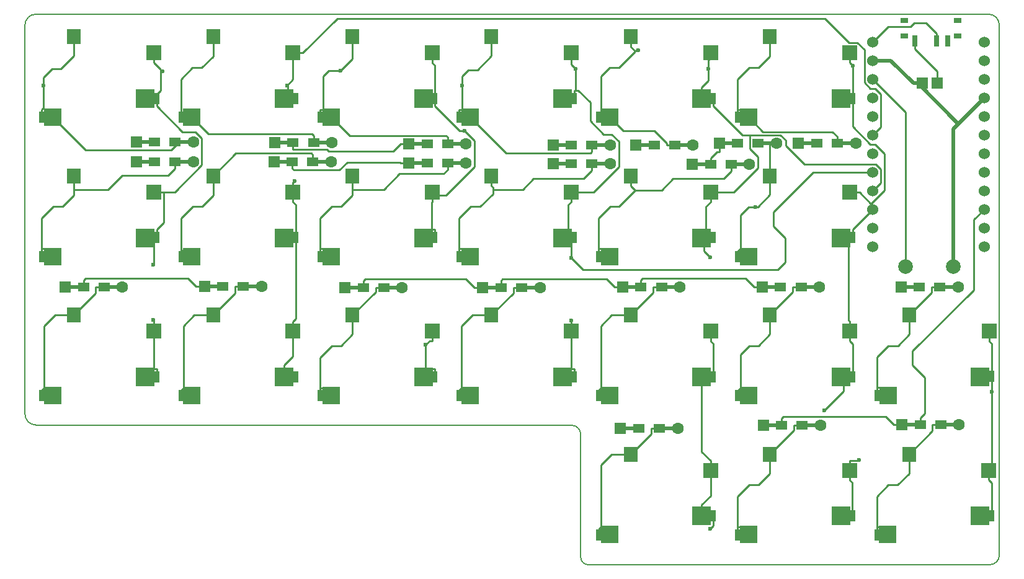
<source format=gbr>
G04 #@! TF.GenerationSoftware,KiCad,Pcbnew,(5.99.0-6672-g81c853438)*
G04 #@! TF.CreationDate,2020-11-14T00:53:03+00:00*
G04 #@! TF.ProjectId,helix,68656c69-782e-46b6-9963-61645f706362,rev?*
G04 #@! TF.SameCoordinates,Original*
G04 #@! TF.FileFunction,Copper,L2,Bot*
G04 #@! TF.FilePolarity,Positive*
%FSLAX46Y46*%
G04 Gerber Fmt 4.6, Leading zero omitted, Abs format (unit mm)*
G04 Created by KiCad (PCBNEW (5.99.0-6672-g81c853438)) date 2020-11-14 00:53:03*
%MOMM*%
%LPD*%
G01*
G04 APERTURE LIST*
G04 #@! TA.AperFunction,Profile*
%ADD10C,0.150000*%
G04 #@! TD*
G04 #@! TA.AperFunction,SMDPad,CuDef*
%ADD11R,2.900000X0.500000*%
G04 #@! TD*
G04 #@! TA.AperFunction,ComponentPad*
%ADD12R,1.600000X1.600000*%
G04 #@! TD*
G04 #@! TA.AperFunction,SMDPad,CuDef*
%ADD13R,1.600000X1.200000*%
G04 #@! TD*
G04 #@! TA.AperFunction,ComponentPad*
%ADD14C,1.600000*%
G04 #@! TD*
G04 #@! TA.AperFunction,ComponentPad*
%ADD15C,2.000000*%
G04 #@! TD*
G04 #@! TA.AperFunction,SMDPad,CuDef*
%ADD16R,2.500000X2.500000*%
G04 #@! TD*
G04 #@! TA.AperFunction,SMDPad,CuDef*
%ADD17R,0.700000X1.500000*%
G04 #@! TD*
G04 #@! TA.AperFunction,SMDPad,CuDef*
%ADD18R,2.000000X2.000000*%
G04 #@! TD*
G04 #@! TA.AperFunction,SMDPad,CuDef*
%ADD19R,2.400000X2.400000*%
G04 #@! TD*
G04 #@! TA.AperFunction,SMDPad,CuDef*
%ADD20R,1.900000X2.000000*%
G04 #@! TD*
G04 #@! TA.AperFunction,SMDPad,CuDef*
%ADD21R,1.000000X0.800000*%
G04 #@! TD*
G04 #@! TA.AperFunction,ComponentPad*
%ADD22C,1.524000*%
G04 #@! TD*
G04 #@! TA.AperFunction,ComponentPad*
%ADD23R,1.524000X1.524000*%
G04 #@! TD*
G04 #@! TA.AperFunction,ViaPad*
%ADD24C,0.600000*%
G04 #@! TD*
G04 #@! TA.AperFunction,Conductor*
%ADD25C,0.250000*%
G04 #@! TD*
G04 #@! TA.AperFunction,Conductor*
%ADD26C,0.500000*%
G04 #@! TD*
G04 APERTURE END LIST*
D10*
X222500000Y-112072000D02*
X222500000Y-39700000D01*
X89500000Y-92768000D02*
G75*
G03*
X91000000Y-94268000I1500000J0D01*
G01*
X91000000Y-94268000D02*
X164096000Y-94292000D01*
X164096000Y-94292000D02*
G75*
G02*
X165366000Y-95562000I0J-1270000D01*
G01*
X222500000Y-39700000D02*
G75*
G03*
X221039340Y-38158000I-1460660J79195D01*
G01*
X165366000Y-95562000D02*
X165366000Y-112326000D01*
X89500000Y-39658000D02*
X89500000Y-92768000D01*
X91000000Y-38158000D02*
G75*
G03*
X89500000Y-39658000I0J-1500000D01*
G01*
X166382000Y-113342000D02*
G75*
G02*
X165366000Y-112326000I0J1016000D01*
G01*
X222500000Y-112072000D02*
G75*
G02*
X221230000Y-113342000I-1270000J0D01*
G01*
X221039340Y-38158000D02*
X91000000Y-38158000D01*
X166382000Y-113342000D02*
X221230000Y-113342000D01*
D11*
X106100000Y-55600000D03*
D12*
X104700000Y-55600000D03*
D13*
X107200000Y-55600000D03*
D11*
X111100000Y-55600000D03*
D13*
X110000000Y-55600000D03*
D14*
X112500000Y-55600000D03*
D11*
X125000000Y-55700000D03*
D12*
X123600000Y-55700000D03*
D13*
X126100000Y-55700000D03*
D11*
X130000000Y-55700000D03*
D13*
X128900000Y-55700000D03*
D14*
X131400000Y-55700000D03*
D11*
X143300000Y-55900000D03*
D12*
X141900000Y-55900000D03*
D13*
X144400000Y-55900000D03*
D11*
X148300000Y-55900000D03*
D13*
X147200000Y-55900000D03*
D14*
X149700000Y-55900000D03*
D11*
X163000000Y-56000000D03*
D12*
X161600000Y-56000000D03*
D13*
X164100000Y-56000000D03*
D11*
X168000000Y-56000000D03*
D13*
X166900000Y-56000000D03*
D14*
X169400000Y-56000000D03*
D11*
X174300000Y-56000000D03*
D12*
X172900000Y-56000000D03*
D13*
X175400000Y-56000000D03*
D11*
X179300000Y-56000000D03*
D13*
X178200000Y-56000000D03*
D14*
X180700000Y-56000000D03*
D11*
X196500000Y-55800000D03*
D12*
X195100000Y-55800000D03*
D13*
X197600000Y-55800000D03*
D11*
X201500000Y-55800000D03*
D13*
X200400000Y-55800000D03*
D14*
X202900000Y-55800000D03*
D11*
X106100000Y-58300000D03*
D12*
X104700000Y-58300000D03*
D13*
X107200000Y-58300000D03*
D11*
X111100000Y-58300000D03*
D13*
X110000000Y-58300000D03*
D14*
X112500000Y-58300000D03*
D11*
X124900000Y-58300000D03*
D12*
X123500000Y-58300000D03*
D13*
X126000000Y-58300000D03*
D11*
X129900000Y-58300000D03*
D13*
X128800000Y-58300000D03*
D14*
X131300000Y-58300000D03*
D11*
X143300000Y-58500000D03*
D12*
X141900000Y-58500000D03*
D13*
X144400000Y-58500000D03*
D11*
X148300000Y-58500000D03*
D13*
X147200000Y-58500000D03*
D14*
X149700000Y-58500000D03*
D11*
X163000000Y-58600000D03*
D12*
X161600000Y-58600000D03*
D13*
X164100000Y-58600000D03*
D11*
X168000000Y-58600000D03*
D13*
X166900000Y-58600000D03*
D14*
X169400000Y-58600000D03*
D11*
X182000000Y-58700000D03*
D12*
X180600000Y-58700000D03*
D13*
X183100000Y-58700000D03*
D11*
X187000000Y-58700000D03*
D13*
X185900000Y-58700000D03*
D14*
X188400000Y-58700000D03*
D11*
X185700000Y-55800000D03*
D12*
X184300000Y-55800000D03*
D13*
X186800000Y-55800000D03*
D11*
X190700000Y-55800000D03*
D13*
X189600000Y-55800000D03*
D14*
X192100000Y-55800000D03*
D11*
X96400000Y-75400000D03*
D12*
X95000000Y-75400000D03*
D13*
X97500000Y-75400000D03*
D11*
X101400000Y-75400000D03*
D13*
X100300000Y-75400000D03*
D14*
X102800000Y-75400000D03*
D11*
X115400000Y-75300000D03*
D12*
X114000000Y-75300000D03*
D13*
X116500000Y-75300000D03*
D11*
X120400000Y-75300000D03*
D13*
X119300000Y-75300000D03*
D14*
X121800000Y-75300000D03*
D11*
X134600000Y-75500000D03*
D12*
X133200000Y-75500000D03*
D13*
X135700000Y-75500000D03*
D11*
X139600000Y-75500000D03*
D13*
X138500000Y-75500000D03*
D14*
X141000000Y-75500000D03*
D11*
X153400000Y-75500000D03*
D12*
X152000000Y-75500000D03*
D13*
X154500000Y-75500000D03*
D11*
X158400000Y-75500000D03*
D13*
X157300000Y-75500000D03*
D14*
X159800000Y-75500000D03*
D11*
X172495000Y-75400000D03*
D12*
X171095000Y-75400000D03*
D13*
X173595000Y-75400000D03*
D11*
X177495000Y-75400000D03*
D13*
X176395000Y-75400000D03*
D14*
X178895000Y-75400000D03*
D11*
X191545000Y-75400000D03*
D12*
X190145000Y-75400000D03*
D13*
X192645000Y-75400000D03*
D11*
X196545000Y-75400000D03*
D13*
X195445000Y-75400000D03*
D14*
X197945000Y-75400000D03*
D11*
X172200000Y-94700000D03*
D12*
X170800000Y-94700000D03*
D13*
X173300000Y-94700000D03*
D11*
X177200000Y-94700000D03*
D13*
X176100000Y-94700000D03*
D14*
X178600000Y-94700000D03*
D11*
X191700000Y-94300000D03*
D12*
X190300000Y-94300000D03*
D13*
X192800000Y-94300000D03*
D11*
X196700000Y-94300000D03*
D13*
X195600000Y-94300000D03*
D14*
X198100000Y-94300000D03*
D11*
X210600000Y-94200000D03*
D12*
X209200000Y-94200000D03*
D13*
X211700000Y-94200000D03*
D11*
X215600000Y-94200000D03*
D13*
X214500000Y-94200000D03*
D14*
X217000000Y-94200000D03*
D15*
X216200000Y-72600000D03*
X209700000Y-72600000D03*
D16*
X105885000Y-49698000D03*
D17*
X107485000Y-49658000D03*
D18*
X107085000Y-43458000D03*
D19*
X93285000Y-52238000D03*
D17*
X91785000Y-52258000D03*
D20*
X96185000Y-41258000D03*
D16*
X124885000Y-49698000D03*
D18*
X126085000Y-43458000D03*
D17*
X126485000Y-49658000D03*
D19*
X112285000Y-52238000D03*
D17*
X110785000Y-52258000D03*
D20*
X115185000Y-41258000D03*
D18*
X145085000Y-43458000D03*
D16*
X143885000Y-49698000D03*
D17*
X145485000Y-49658000D03*
D20*
X134185000Y-41258000D03*
D19*
X131285000Y-52238000D03*
D17*
X129785000Y-52258000D03*
D16*
X162885000Y-49698000D03*
D18*
X164085000Y-43458000D03*
D17*
X164485000Y-49658000D03*
X148785000Y-52258000D03*
D20*
X153185000Y-41258000D03*
D19*
X150285000Y-52238000D03*
D17*
X183485000Y-49658000D03*
D16*
X181885000Y-49698000D03*
D18*
X183085000Y-43458000D03*
D17*
X167785000Y-52258000D03*
D20*
X172185000Y-41258000D03*
D19*
X169285000Y-52238000D03*
D16*
X200885000Y-49698000D03*
D18*
X202085000Y-43458000D03*
D17*
X202485000Y-49658000D03*
D20*
X191185000Y-41258000D03*
D19*
X188285000Y-52238000D03*
D17*
X186785000Y-52258000D03*
D16*
X105885000Y-68698000D03*
D18*
X107085000Y-62458000D03*
D17*
X107485000Y-68658000D03*
D20*
X96185000Y-60258000D03*
D17*
X91785000Y-71258000D03*
D19*
X93285000Y-71238000D03*
D16*
X124885000Y-68698000D03*
D18*
X126085000Y-62458000D03*
D17*
X126485000Y-68658000D03*
D19*
X112285000Y-71238000D03*
D20*
X115185000Y-60258000D03*
D17*
X110785000Y-71258000D03*
D16*
X143885000Y-68698000D03*
D18*
X145085000Y-62458000D03*
D17*
X145485000Y-68658000D03*
X129785000Y-71258000D03*
D19*
X131285000Y-71238000D03*
D20*
X134185000Y-60258000D03*
D18*
X164085000Y-62458000D03*
D16*
X162885000Y-68698000D03*
D17*
X164485000Y-68658000D03*
X148785000Y-71258000D03*
D20*
X153185000Y-60258000D03*
D19*
X150285000Y-71238000D03*
D18*
X183085000Y-62458000D03*
D16*
X181885000Y-68698000D03*
D17*
X183485000Y-68658000D03*
X167785000Y-71258000D03*
D19*
X169285000Y-71238000D03*
D20*
X172185000Y-60258000D03*
D17*
X202485000Y-68658000D03*
D18*
X202085000Y-62458000D03*
D16*
X200885000Y-68698000D03*
D20*
X191185000Y-60258000D03*
D17*
X186785000Y-71258000D03*
D19*
X188285000Y-71238000D03*
D17*
X107485000Y-87658000D03*
D16*
X105885000Y-87698000D03*
D18*
X107085000Y-81458000D03*
D19*
X93285000Y-90238000D03*
D17*
X91785000Y-90258000D03*
D20*
X96185000Y-79258000D03*
D16*
X124885000Y-87698000D03*
D18*
X126085000Y-81458000D03*
D17*
X126485000Y-87658000D03*
D19*
X112285000Y-90238000D03*
D17*
X110785000Y-90258000D03*
D20*
X115185000Y-79258000D03*
D16*
X143885000Y-87698000D03*
D18*
X145085000Y-81458000D03*
D17*
X145485000Y-87658000D03*
X129785000Y-90258000D03*
D20*
X134185000Y-79258000D03*
D19*
X131285000Y-90238000D03*
D17*
X164485000Y-87658000D03*
D16*
X162885000Y-87698000D03*
D18*
X164085000Y-81458000D03*
D19*
X150285000Y-90238000D03*
D20*
X153185000Y-79258000D03*
D17*
X148785000Y-90258000D03*
D16*
X181885000Y-87698000D03*
D17*
X183485000Y-87658000D03*
D18*
X183085000Y-81458000D03*
D19*
X169285000Y-90238000D03*
D20*
X172185000Y-79258000D03*
D17*
X167785000Y-90258000D03*
X202485000Y-87658000D03*
D18*
X202085000Y-81458000D03*
D16*
X200885000Y-87698000D03*
D20*
X191185000Y-79258000D03*
D19*
X188285000Y-90238000D03*
D17*
X186785000Y-90258000D03*
D18*
X183085000Y-100458000D03*
D16*
X181885000Y-106698000D03*
D17*
X183485000Y-106658000D03*
D19*
X169285000Y-109238000D03*
D17*
X167785000Y-109258000D03*
D20*
X172185000Y-98258000D03*
D16*
X200885000Y-106698000D03*
D17*
X202485000Y-106658000D03*
D18*
X202085000Y-100458000D03*
D20*
X191185000Y-98258000D03*
D17*
X186785000Y-109258000D03*
D19*
X188285000Y-109238000D03*
D18*
X221085000Y-100458000D03*
D17*
X221485000Y-106658000D03*
D16*
X219885000Y-106698000D03*
D17*
X205785000Y-109258000D03*
D20*
X210185000Y-98258000D03*
D19*
X207285000Y-109238000D03*
D17*
X210950000Y-41850000D03*
X213950000Y-41850000D03*
X215450000Y-41850000D03*
D21*
X209550000Y-41150000D03*
X216850000Y-41150000D03*
X209550000Y-39050000D03*
X216850000Y-39050000D03*
D11*
X210500000Y-75400000D03*
D12*
X209100000Y-75400000D03*
D13*
X211600000Y-75400000D03*
D11*
X215500000Y-75400000D03*
D13*
X214400000Y-75400000D03*
D14*
X216900000Y-75400000D03*
D17*
X221508000Y-87648000D03*
D18*
X221108000Y-81448000D03*
D16*
X219908000Y-87688000D03*
D17*
X205808000Y-90248000D03*
D20*
X210208000Y-79248000D03*
D19*
X207308000Y-90228000D03*
D22*
X220461000Y-41968000D03*
X220461000Y-44508000D03*
X220461000Y-47048000D03*
X220461000Y-49588000D03*
X220461000Y-52128000D03*
X220461000Y-54668000D03*
X220461000Y-57208000D03*
X220461000Y-59748000D03*
X220461000Y-62288000D03*
X220461000Y-64828000D03*
X220461000Y-67368000D03*
X220461000Y-69908000D03*
X205221000Y-69908000D03*
X205221000Y-67368000D03*
X205221000Y-64828000D03*
X205221000Y-62288000D03*
X205221000Y-59748000D03*
X205221000Y-57208000D03*
X205221000Y-54668000D03*
X205221000Y-52128000D03*
X205221000Y-49588000D03*
X205221000Y-47048000D03*
X205221000Y-44508000D03*
X205221000Y-41968000D03*
D23*
X214000000Y-47600000D03*
X212000000Y-47600000D03*
D24*
X92045100Y-47945300D03*
X189251300Y-64497100D03*
X132604400Y-45868100D03*
X149199500Y-47924700D03*
X173259400Y-43119700D03*
X108274300Y-45972600D03*
X107025300Y-72333300D03*
X107025300Y-79946900D03*
X125259000Y-47870400D03*
X126281200Y-60956600D03*
X149488900Y-54082000D03*
X144201500Y-83335200D03*
X164066500Y-71441200D03*
X164642500Y-45606900D03*
X164059800Y-79957100D03*
X183061900Y-108448300D03*
X182773200Y-45606900D03*
X183044200Y-71400700D03*
X202485000Y-45183300D03*
X198630700Y-92261300D03*
X203360000Y-99016700D03*
X221436100Y-89710300D03*
D25*
X212490600Y-39315300D02*
X213950000Y-40774700D01*
X210925200Y-39315300D02*
X212490600Y-39315300D01*
X210415600Y-39824900D02*
X210925200Y-39315300D01*
X207364100Y-39824900D02*
X210415600Y-39824900D01*
X205221000Y-41968000D02*
X207364100Y-39824900D01*
X213950000Y-41850000D02*
X213950000Y-40774700D01*
X214000000Y-45975300D02*
X210950000Y-42925300D01*
X214000000Y-47600000D02*
X214000000Y-45975300D01*
X210950000Y-41850000D02*
X210950000Y-42925300D01*
X209700000Y-51527000D02*
X209700000Y-72600000D01*
X205221000Y-47048000D02*
X209700000Y-51527000D01*
D26*
X207695700Y-44508000D02*
X205221000Y-44508000D01*
X210787700Y-47600000D02*
X207695700Y-44508000D01*
X212000000Y-47600000D02*
X211393900Y-47600000D01*
X211393900Y-47600000D02*
X210787700Y-47600000D01*
X211393900Y-47600000D02*
X216921500Y-53127500D01*
X220461000Y-49588000D02*
X216921500Y-53127500D01*
X216200000Y-53849000D02*
X216200000Y-72600000D01*
X216921500Y-53127500D02*
X216200000Y-53849000D01*
D25*
X112500000Y-55600000D02*
X111100000Y-55600000D01*
X92045100Y-46789700D02*
X92045100Y-47945300D01*
X93225200Y-45609600D02*
X92045100Y-46789700D01*
X94414900Y-45609600D02*
X93225200Y-45609600D01*
X96185000Y-43839500D02*
X94414900Y-45609600D01*
X96185000Y-41258000D02*
X96185000Y-43839500D01*
X91785000Y-52258000D02*
X91785000Y-51720300D01*
X91785000Y-51720300D02*
X91785000Y-51182700D01*
X92045100Y-50922600D02*
X91785000Y-51182700D01*
X92045100Y-47945300D02*
X92045100Y-50922600D01*
X92767300Y-51720300D02*
X93285000Y-52238000D01*
X91785000Y-51720300D02*
X92767300Y-51720300D01*
X111100000Y-55600000D02*
X110550000Y-55600000D01*
X110550000Y-55600000D02*
X110000000Y-55600000D01*
X97772400Y-56725400D02*
X93285000Y-52238000D01*
X109424600Y-56725400D02*
X97772400Y-56725400D01*
X110550000Y-55600000D02*
X109424600Y-56725400D01*
X149361700Y-70182700D02*
X148785000Y-70182700D01*
X150285000Y-71106000D02*
X149361700Y-70182700D01*
X150285000Y-71238000D02*
X150285000Y-71106000D01*
X148785000Y-71258000D02*
X148785000Y-70182700D01*
X166900000Y-58600000D02*
X166900000Y-59525300D01*
X153185000Y-60258000D02*
X153185000Y-61583300D01*
X169400000Y-58600000D02*
X168000000Y-58600000D01*
X168000000Y-58600000D02*
X166900000Y-58600000D01*
X148785000Y-66036100D02*
X148785000Y-70182700D01*
X150374200Y-64446900D02*
X148785000Y-66036100D01*
X151641500Y-64446900D02*
X150374200Y-64446900D01*
X153385500Y-62702900D02*
X151641500Y-64446900D01*
X153385500Y-62088700D02*
X153385500Y-62702900D01*
X157485100Y-62088700D02*
X153385500Y-62088700D01*
X158941200Y-60632600D02*
X157485100Y-62088700D01*
X165792700Y-60632600D02*
X158941200Y-60632600D01*
X166900000Y-59525300D02*
X165792700Y-60632600D01*
X153385500Y-61783800D02*
X153185000Y-61583300D01*
X153385500Y-62088700D02*
X153385500Y-61783800D01*
X172185000Y-60258000D02*
X172185000Y-61583300D01*
X188400000Y-58700000D02*
X187000000Y-58700000D01*
X187000000Y-58700000D02*
X185900000Y-58700000D01*
X185900000Y-58700000D02*
X185900000Y-59625300D01*
X184892700Y-60632600D02*
X185900000Y-59625300D01*
X177953700Y-60632600D02*
X184892700Y-60632600D01*
X176399300Y-62187000D02*
X177953700Y-60632600D01*
X172788700Y-62187000D02*
X176399300Y-62187000D01*
X172185000Y-61583300D02*
X172788700Y-62187000D01*
X168361700Y-70182700D02*
X167785000Y-70182700D01*
X169285000Y-71106000D02*
X168361700Y-70182700D01*
X169285000Y-71238000D02*
X169285000Y-71106000D01*
X167785000Y-71258000D02*
X167785000Y-70182700D01*
X167785000Y-66035500D02*
X167785000Y-70182700D01*
X169373600Y-64446900D02*
X167785000Y-66035500D01*
X170577600Y-64446900D02*
X169373600Y-64446900D01*
X172788700Y-62235800D02*
X170577600Y-64446900D01*
X172788700Y-62187000D02*
X172788700Y-62235800D01*
X186785000Y-71258000D02*
X186785000Y-70720300D01*
X187361700Y-70182700D02*
X187199500Y-70182700D01*
X188285000Y-71106000D02*
X187361700Y-70182700D01*
X188285000Y-71238000D02*
X188285000Y-71106000D01*
X186785000Y-70597200D02*
X186785000Y-70720300D01*
X187199500Y-70182700D02*
X186785000Y-70597200D01*
X188328100Y-64497100D02*
X189251300Y-64497100D01*
X187199500Y-65625700D02*
X188328100Y-64497100D01*
X187199500Y-70182700D02*
X187199500Y-65625700D01*
X190700000Y-55800000D02*
X189600000Y-55800000D01*
X190700000Y-55800000D02*
X191137400Y-55800000D01*
X191137400Y-55800000D02*
X192100000Y-55800000D01*
X191185000Y-62848700D02*
X191185000Y-60258000D01*
X189536600Y-64497100D02*
X191185000Y-62848700D01*
X189251300Y-64497100D02*
X189536600Y-64497100D01*
X191137400Y-58885100D02*
X191137400Y-55800000D01*
X191185000Y-58932700D02*
X191137400Y-58885100D01*
X191185000Y-60258000D02*
X191185000Y-58932700D01*
X99174700Y-76268300D02*
X99174700Y-75400000D01*
X96185000Y-79258000D02*
X99174700Y-76268300D01*
X100300000Y-75400000D02*
X99174700Y-75400000D01*
X91785000Y-90258000D02*
X91785000Y-89720300D01*
X93601700Y-79258000D02*
X96185000Y-79258000D01*
X92122000Y-80737700D02*
X93601700Y-79258000D01*
X92122000Y-89182700D02*
X92122000Y-80737700D01*
X91785000Y-89519700D02*
X92122000Y-89182700D01*
X91785000Y-89720300D02*
X91785000Y-89519700D01*
X93284900Y-90238000D02*
X93285000Y-90238000D01*
X93284900Y-90143400D02*
X93284900Y-90238000D01*
X92324200Y-89182700D02*
X93284900Y-90143400D01*
X92122000Y-89182700D02*
X92324200Y-89182700D01*
X102800000Y-75400000D02*
X101400000Y-75400000D01*
X101400000Y-75400000D02*
X100300000Y-75400000D01*
X118174700Y-76268300D02*
X118174700Y-75300000D01*
X115185000Y-79258000D02*
X118174700Y-76268300D01*
X119300000Y-75300000D02*
X118174700Y-75300000D01*
X110785000Y-90258000D02*
X110785000Y-89720300D01*
X112594000Y-79258000D02*
X115185000Y-79258000D01*
X111122000Y-80730000D02*
X112594000Y-79258000D01*
X111122000Y-89182700D02*
X111122000Y-80730000D01*
X110785000Y-89519700D02*
X111122000Y-89182700D01*
X110785000Y-89720300D02*
X110785000Y-89519700D01*
X112284900Y-90238000D02*
X112285000Y-90238000D01*
X112284900Y-90143400D02*
X112284900Y-90238000D01*
X111324200Y-89182700D02*
X112284900Y-90143400D01*
X111122000Y-89182700D02*
X111324200Y-89182700D01*
X120400000Y-75300000D02*
X119300000Y-75300000D01*
X121800000Y-75300000D02*
X120400000Y-75300000D01*
X138500000Y-75500000D02*
X137374700Y-75500000D01*
X141000000Y-75500000D02*
X139600000Y-75500000D01*
X139600000Y-75500000D02*
X138500000Y-75500000D01*
X130361700Y-89182700D02*
X129785000Y-89182700D01*
X131285000Y-90106000D02*
X130361700Y-89182700D01*
X131285000Y-90238000D02*
X131285000Y-90106000D01*
X129785000Y-90258000D02*
X129785000Y-89182700D01*
X137374700Y-76068300D02*
X134185000Y-79258000D01*
X137374700Y-75500000D02*
X137374700Y-76068300D01*
X129785000Y-85038300D02*
X129785000Y-89182700D01*
X131376400Y-83446900D02*
X129785000Y-85038300D01*
X132628600Y-83446900D02*
X131376400Y-83446900D01*
X134185000Y-81890500D02*
X132628600Y-83446900D01*
X134185000Y-79258000D02*
X134185000Y-81890500D01*
X156174700Y-76268300D02*
X156174700Y-75500000D01*
X153185000Y-79258000D02*
X156174700Y-76268300D01*
X157300000Y-75500000D02*
X156174700Y-75500000D01*
X148785000Y-90258000D02*
X148785000Y-89720300D01*
X150588100Y-79258000D02*
X153185000Y-79258000D01*
X149122000Y-80724100D02*
X150588100Y-79258000D01*
X149122000Y-89182700D02*
X149122000Y-80724100D01*
X148785000Y-89519700D02*
X149122000Y-89182700D01*
X148785000Y-89720300D02*
X148785000Y-89519700D01*
X150284900Y-90238000D02*
X150285000Y-90238000D01*
X150284900Y-90143400D02*
X150284900Y-90238000D01*
X149324200Y-89182700D02*
X150284900Y-90143400D01*
X149122000Y-89182700D02*
X149324200Y-89182700D01*
X159800000Y-75500000D02*
X158400000Y-75500000D01*
X158400000Y-75500000D02*
X157300000Y-75500000D01*
X175269700Y-76173300D02*
X175269700Y-75400000D01*
X172185000Y-79258000D02*
X175269700Y-76173300D01*
X176395000Y-75400000D02*
X175269700Y-75400000D01*
X167785000Y-90258000D02*
X167785000Y-89720300D01*
X169583100Y-79258000D02*
X172185000Y-79258000D01*
X168122000Y-80719100D02*
X169583100Y-79258000D01*
X168122000Y-89182700D02*
X168122000Y-80719100D01*
X167785000Y-89519700D02*
X168122000Y-89182700D01*
X167785000Y-89720300D02*
X167785000Y-89519700D01*
X169284900Y-90238000D02*
X169285000Y-90238000D01*
X169284900Y-90143400D02*
X169284900Y-90238000D01*
X168324200Y-89182700D02*
X169284900Y-90143400D01*
X168122000Y-89182700D02*
X168324200Y-89182700D01*
X178895000Y-75400000D02*
X177495000Y-75400000D01*
X177495000Y-75400000D02*
X176395000Y-75400000D01*
X186785000Y-90258000D02*
X186785000Y-89720300D01*
X186785000Y-89570200D02*
X187172500Y-89182700D01*
X186785000Y-89720300D02*
X186785000Y-89570200D01*
X188284900Y-90238000D02*
X188285000Y-90238000D01*
X188284900Y-90143400D02*
X188284900Y-90238000D01*
X187324200Y-89182700D02*
X188284900Y-90143400D01*
X187172500Y-89182700D02*
X187324200Y-89182700D01*
X197945000Y-75400000D02*
X196545000Y-75400000D01*
X187172500Y-84648600D02*
X187172500Y-89182700D01*
X188374200Y-83446900D02*
X187172500Y-84648600D01*
X189628600Y-83446900D02*
X188374200Y-83446900D01*
X191185000Y-81890500D02*
X189628600Y-83446900D01*
X191185000Y-79258000D02*
X191185000Y-81890500D01*
X196545000Y-75400000D02*
X195445000Y-75400000D01*
X194319700Y-76123300D02*
X191185000Y-79258000D01*
X194319700Y-75400000D02*
X194319700Y-76123300D01*
X195445000Y-75400000D02*
X194319700Y-75400000D01*
X216900000Y-75400000D02*
X215500000Y-75400000D01*
X215500000Y-75400000D02*
X214400000Y-75400000D01*
X214400000Y-75400000D02*
X213274700Y-75400000D01*
X213274700Y-76181300D02*
X213274700Y-75400000D01*
X210208000Y-79248000D02*
X213274700Y-76181300D01*
X206384700Y-89172700D02*
X205808000Y-89172700D01*
X207308000Y-90096000D02*
X206384700Y-89172700D01*
X207308000Y-90228000D02*
X207308000Y-90096000D01*
X205808000Y-90248000D02*
X205808000Y-89172700D01*
X205808000Y-84981900D02*
X205808000Y-89172700D01*
X207353000Y-83436900D02*
X205808000Y-84981900D01*
X208651600Y-83436900D02*
X207353000Y-83436900D01*
X210208000Y-81880500D02*
X208651600Y-83436900D01*
X210208000Y-79248000D02*
X210208000Y-81880500D01*
X131400000Y-55700000D02*
X130000000Y-55700000D01*
X128900000Y-55700000D02*
X130000000Y-55700000D01*
X128900000Y-55700000D02*
X128900000Y-54774700D01*
X114570800Y-54523800D02*
X112285000Y-52238000D01*
X128649100Y-54523800D02*
X114570800Y-54523800D01*
X128900000Y-54774700D02*
X128649100Y-54523800D01*
X110785100Y-51182700D02*
X110785000Y-51182700D01*
X110785100Y-47031400D02*
X110785100Y-51182700D01*
X112369600Y-45446900D02*
X110785100Y-47031400D01*
X113628600Y-45446900D02*
X112369600Y-45446900D01*
X115185000Y-43890500D02*
X113628600Y-45446900D01*
X115185000Y-41258000D02*
X115185000Y-43890500D01*
X110785000Y-52258000D02*
X110785000Y-51566800D01*
X110785000Y-51566800D02*
X110785000Y-51182700D01*
X111613800Y-51566800D02*
X112285000Y-52238000D01*
X110785000Y-51566800D02*
X111613800Y-51566800D01*
X174974700Y-95468300D02*
X174974700Y-94700000D01*
X172185000Y-98258000D02*
X174974700Y-95468300D01*
X176100000Y-94700000D02*
X174974700Y-94700000D01*
X167785000Y-109258000D02*
X167785000Y-108720300D01*
X169574100Y-98258000D02*
X172185000Y-98258000D01*
X168122000Y-99710100D02*
X169574100Y-98258000D01*
X168122000Y-108182700D02*
X168122000Y-99710100D01*
X167785000Y-108519700D02*
X168122000Y-108182700D01*
X167785000Y-108720300D02*
X167785000Y-108519700D01*
X169284900Y-109238000D02*
X169285000Y-109238000D01*
X169284900Y-109143400D02*
X169284900Y-109238000D01*
X168324200Y-108182700D02*
X169284900Y-109143400D01*
X168122000Y-108182700D02*
X168324200Y-108182700D01*
X178600000Y-94700000D02*
X177200000Y-94700000D01*
X177200000Y-94700000D02*
X176100000Y-94700000D01*
X198100000Y-94300000D02*
X196700000Y-94300000D01*
X196700000Y-94300000D02*
X195600000Y-94300000D01*
X195600000Y-94300000D02*
X194474700Y-94300000D01*
X194474700Y-94968300D02*
X191185000Y-98258000D01*
X194474700Y-94300000D02*
X194474700Y-94968300D01*
X187361700Y-108182700D02*
X186785000Y-108182700D01*
X188285000Y-109106000D02*
X187361700Y-108182700D01*
X188285000Y-109238000D02*
X188285000Y-109106000D01*
X186785000Y-109258000D02*
X186785000Y-108182700D01*
X186785000Y-104035500D02*
X186785000Y-108182700D01*
X188373600Y-102446900D02*
X186785000Y-104035500D01*
X189628600Y-102446900D02*
X188373600Y-102446900D01*
X191185000Y-100890500D02*
X189628600Y-102446900D01*
X191185000Y-98258000D02*
X191185000Y-100890500D01*
X214500000Y-94200000D02*
X213374700Y-94200000D01*
X217000000Y-94200000D02*
X215600000Y-94200000D01*
X215600000Y-94200000D02*
X214500000Y-94200000D01*
X213374700Y-95068300D02*
X210185000Y-98258000D01*
X213374700Y-94200000D02*
X213374700Y-95068300D01*
X206361700Y-108182700D02*
X205785000Y-108182700D01*
X207285000Y-109106000D02*
X206361700Y-108182700D01*
X207285000Y-109238000D02*
X207285000Y-109106000D01*
X205785000Y-109258000D02*
X205785000Y-108182700D01*
X205785000Y-104035500D02*
X205785000Y-108182700D01*
X207373600Y-102446900D02*
X205785000Y-104035500D01*
X208628600Y-102446900D02*
X207373600Y-102446900D01*
X210185000Y-100890500D02*
X208628600Y-102446900D01*
X210185000Y-98258000D02*
X210185000Y-100890500D01*
X129785000Y-52258000D02*
X129785000Y-51182700D01*
X129785000Y-51182700D02*
X130189400Y-51182700D01*
X131284900Y-52238000D02*
X131285000Y-52238000D01*
X131284900Y-52143400D02*
X131284900Y-52238000D01*
X130324200Y-51182700D02*
X131284900Y-52143400D01*
X130189400Y-51182700D02*
X130324200Y-51182700D01*
X134185000Y-41258000D02*
X134185000Y-42583300D01*
X130931400Y-45868100D02*
X132604400Y-45868100D01*
X130189400Y-46610100D02*
X130931400Y-45868100D01*
X130189400Y-51182700D02*
X130189400Y-46610100D01*
X134185000Y-44287500D02*
X134185000Y-42583300D01*
X132604400Y-45868100D02*
X134185000Y-44287500D01*
X149700000Y-55900000D02*
X148300000Y-55900000D01*
X148300000Y-55900000D02*
X147200000Y-55900000D01*
X146999900Y-54774600D02*
X147200000Y-54974700D01*
X133821600Y-54774600D02*
X146999900Y-54774600D01*
X131285000Y-52238000D02*
X133821600Y-54774600D01*
X147200000Y-55900000D02*
X147200000Y-54974700D01*
X169400000Y-56000000D02*
X168000000Y-56000000D01*
X153185000Y-41258000D02*
X153185000Y-42583300D01*
X168000000Y-56000000D02*
X166900000Y-56000000D01*
X148785000Y-52258000D02*
X148785000Y-51182700D01*
X153185000Y-43875300D02*
X153185000Y-42583300D01*
X151252700Y-45807600D02*
X153185000Y-43875300D01*
X150001800Y-45807600D02*
X151252700Y-45807600D01*
X149199500Y-46609900D02*
X150001800Y-45807600D01*
X149199500Y-47924700D02*
X149199500Y-46609900D01*
X149199500Y-47924700D02*
X149199500Y-51182700D01*
X149199500Y-51182700D02*
X148785000Y-51182700D01*
X166900000Y-56000000D02*
X166900000Y-56925300D01*
X149285700Y-51182700D02*
X149199500Y-51182700D01*
X150285000Y-52182000D02*
X149285700Y-51182700D01*
X150285000Y-52238000D02*
X150285000Y-52182000D01*
X166695400Y-57129900D02*
X166900000Y-56925300D01*
X155176900Y-57129900D02*
X166695400Y-57129900D01*
X150285000Y-52238000D02*
X155176900Y-57129900D01*
X178200000Y-56000000D02*
X177074700Y-56000000D01*
X180700000Y-56000000D02*
X179300000Y-56000000D01*
X179300000Y-56000000D02*
X178200000Y-56000000D01*
X172185000Y-41258000D02*
X172185000Y-42583300D01*
X171158000Y-54111000D02*
X169285000Y-52238000D01*
X175416300Y-54111000D02*
X171158000Y-54111000D01*
X177074700Y-55769400D02*
X175416300Y-54111000D01*
X177074700Y-56000000D02*
X177074700Y-55769400D01*
X172817600Y-43215900D02*
X172185000Y-42583300D01*
X172913800Y-43119700D02*
X172817600Y-43215900D01*
X173259400Y-43119700D02*
X172913800Y-43119700D01*
X168160000Y-46613700D02*
X168160000Y-52238000D01*
X169326800Y-45446900D02*
X168160000Y-46613700D01*
X170586600Y-45446900D02*
X169326800Y-45446900D01*
X172817600Y-43215900D02*
X170586600Y-45446900D01*
X167805000Y-52238000D02*
X168160000Y-52238000D01*
X167785000Y-52258000D02*
X167805000Y-52238000D01*
X168160000Y-52238000D02*
X169285000Y-52238000D01*
X202900000Y-55800000D02*
X201500000Y-55800000D01*
X201500000Y-55800000D02*
X200400000Y-55800000D01*
X200400000Y-55800000D02*
X200400000Y-54874700D01*
X190271300Y-54224300D02*
X188285000Y-52238000D01*
X199749600Y-54224300D02*
X190271300Y-54224300D01*
X200400000Y-54874700D02*
X199749600Y-54224300D01*
X188284900Y-52238000D02*
X188285000Y-52238000D01*
X188284900Y-52143400D02*
X188284900Y-52238000D01*
X187324200Y-51182700D02*
X188284900Y-52143400D01*
X186785000Y-51182700D02*
X187324200Y-51182700D01*
X186785000Y-52258000D02*
X186785000Y-51182700D01*
X186785000Y-47036100D02*
X186785000Y-51182700D01*
X188374200Y-45446900D02*
X186785000Y-47036100D01*
X189628600Y-45446900D02*
X188374200Y-45446900D01*
X191185000Y-43890500D02*
X189628600Y-45446900D01*
X191185000Y-41258000D02*
X191185000Y-43890500D01*
X92361700Y-70182700D02*
X91785000Y-70182700D01*
X93285000Y-71106000D02*
X92361700Y-70182700D01*
X93285000Y-71238000D02*
X93285000Y-71106000D01*
X91785000Y-71258000D02*
X91785000Y-70182700D01*
X110000000Y-58300000D02*
X110000000Y-59225300D01*
X109046300Y-60179000D02*
X110000000Y-59225300D01*
X102780400Y-60179000D02*
X109046300Y-60179000D01*
X100849600Y-62109800D02*
X102780400Y-60179000D01*
X96185000Y-62109800D02*
X100849600Y-62109800D01*
X96185000Y-60258000D02*
X96185000Y-62109800D01*
X91785000Y-66053000D02*
X91785000Y-70182700D01*
X93391100Y-64446900D02*
X91785000Y-66053000D01*
X94628600Y-64446900D02*
X93391100Y-64446900D01*
X96185000Y-62890500D02*
X94628600Y-64446900D01*
X96185000Y-62109800D02*
X96185000Y-62890500D01*
X112500000Y-58300000D02*
X111100000Y-58300000D01*
X111100000Y-58300000D02*
X110000000Y-58300000D01*
X131300000Y-58300000D02*
X129900000Y-58300000D01*
X129900000Y-58300000D02*
X128800000Y-58300000D01*
X110785000Y-71258000D02*
X110785000Y-70321100D01*
X111701900Y-71238000D02*
X110785000Y-70321100D01*
X112285000Y-71238000D02*
X111701900Y-71238000D01*
X115185000Y-62898000D02*
X115185000Y-60258000D01*
X113682800Y-64400200D02*
X115185000Y-62898000D01*
X112404900Y-64400200D02*
X113682800Y-64400200D01*
X110785000Y-66020100D02*
X112404900Y-64400200D01*
X110785000Y-70321100D02*
X110785000Y-66020100D01*
X128599900Y-57174600D02*
X128800000Y-57374700D01*
X118268400Y-57174600D02*
X128599900Y-57174600D01*
X115185000Y-60258000D02*
X118268400Y-57174600D01*
X128800000Y-58300000D02*
X128800000Y-57374700D01*
X149700000Y-58500000D02*
X148300000Y-58500000D01*
X148300000Y-58500000D02*
X147200000Y-58500000D01*
X130361700Y-70182700D02*
X129785000Y-70182700D01*
X131285000Y-71106000D02*
X130361700Y-70182700D01*
X131285000Y-71238000D02*
X131285000Y-71106000D01*
X129785000Y-71258000D02*
X129785000Y-70182700D01*
X147200000Y-58500000D02*
X147200000Y-59425300D01*
X129785000Y-66036100D02*
X129785000Y-70182700D01*
X131374200Y-64446900D02*
X129785000Y-66036100D01*
X132652200Y-64446900D02*
X131374200Y-64446900D01*
X134185000Y-62914100D02*
X132652200Y-64446900D01*
X134185000Y-62109800D02*
X134185000Y-62914100D01*
X134185000Y-60258000D02*
X134185000Y-62109800D01*
X146655600Y-59969700D02*
X147200000Y-59425300D01*
X140616600Y-59969700D02*
X146655600Y-59969700D01*
X138476500Y-62109800D02*
X140616600Y-59969700D01*
X134185000Y-62109800D02*
X138476500Y-62109800D01*
X105885000Y-87698000D02*
X105885000Y-86910300D01*
X107485000Y-87658000D02*
X107485000Y-86582700D01*
X106212600Y-86582700D02*
X107085000Y-86582700D01*
X105885000Y-86910300D02*
X106212600Y-86582700D01*
X107085000Y-86582700D02*
X107485000Y-86582700D01*
X107085000Y-81458000D02*
X107085000Y-86582700D01*
X107085000Y-62458000D02*
X108410300Y-62458000D01*
X107085000Y-43458000D02*
X107085000Y-44783300D01*
X105885000Y-68698000D02*
X107066500Y-68698000D01*
X107485000Y-49658000D02*
X107485000Y-49120300D01*
X107460300Y-49145000D02*
X107460300Y-49698000D01*
X107485000Y-49120300D02*
X107460300Y-49145000D01*
X105885000Y-49698000D02*
X107460300Y-49698000D01*
X107085000Y-80006600D02*
X107025300Y-79946900D01*
X107085000Y-81458000D02*
X107085000Y-80006600D01*
X107485000Y-68658000D02*
X107485000Y-67582700D01*
X107445000Y-68698000D02*
X107485000Y-68658000D01*
X107066500Y-68698000D02*
X107445000Y-68698000D01*
X108274300Y-45972600D02*
X107994600Y-45972600D01*
X107994600Y-45692900D02*
X107994600Y-45972600D01*
X107085000Y-44783300D02*
X107994600Y-45692900D01*
X107994600Y-48610700D02*
X107485000Y-49120300D01*
X107994600Y-45972600D02*
X107994600Y-48610700D01*
X108410300Y-66657400D02*
X107485000Y-67582700D01*
X108410300Y-62458000D02*
X108410300Y-66657400D01*
X107485000Y-49658000D02*
X107485000Y-50733300D01*
X110981300Y-54229600D02*
X107485000Y-50733300D01*
X112781800Y-54229600D02*
X110981300Y-54229600D01*
X113650800Y-55098600D02*
X112781800Y-54229600D01*
X113650800Y-58757900D02*
X113650800Y-55098600D01*
X109950700Y-62458000D02*
X113650800Y-58757900D01*
X108410300Y-62458000D02*
X109950700Y-62458000D01*
X107066500Y-72292100D02*
X107025300Y-72333300D01*
X107066500Y-68698000D02*
X107066500Y-72292100D01*
X124885000Y-68698000D02*
X126460300Y-68698000D01*
X126485000Y-49658000D02*
X126485000Y-50195600D01*
X126460300Y-50170900D02*
X126460300Y-49698000D01*
X126485000Y-50195600D02*
X126460300Y-50170900D01*
X124885000Y-49698000D02*
X125388800Y-49698000D01*
X125388800Y-49698000D02*
X126460300Y-49698000D01*
X126485000Y-68658000D02*
X126485000Y-69195600D01*
X126485000Y-68658000D02*
X126485000Y-67582700D01*
X126485000Y-87658000D02*
X126485000Y-88195600D01*
X126460300Y-88170900D02*
X126460300Y-87698000D01*
X126485000Y-88195600D02*
X126460300Y-88170900D01*
X124885000Y-87698000D02*
X126460300Y-87698000D01*
X125388800Y-48000200D02*
X125259000Y-47870400D01*
X125388800Y-49698000D02*
X125388800Y-48000200D01*
X126085000Y-47044400D02*
X126085000Y-43458000D01*
X125259000Y-47870400D02*
X126085000Y-47044400D01*
X124885000Y-87698000D02*
X124885000Y-86122700D01*
X126460300Y-69170900D02*
X126460300Y-68698000D01*
X126485000Y-69195600D02*
X126460300Y-69170900D01*
X126085000Y-84922700D02*
X126085000Y-81458000D01*
X124885000Y-86122700D02*
X126085000Y-84922700D01*
X126085000Y-81458000D02*
X126085000Y-80132700D01*
X126485000Y-64183300D02*
X126085000Y-63783300D01*
X126485000Y-67582700D02*
X126485000Y-64183300D01*
X126485000Y-79732700D02*
X126485000Y-69195600D01*
X126085000Y-80132700D02*
X126485000Y-79732700D01*
X126085000Y-62458000D02*
X126085000Y-63783300D01*
X132140100Y-38728200D02*
X127410300Y-43458000D01*
X198721800Y-38728200D02*
X132140100Y-38728200D01*
X202031900Y-42038300D02*
X198721800Y-38728200D01*
X203147200Y-42038300D02*
X202031900Y-42038300D01*
X204096700Y-42987800D02*
X203147200Y-42038300D01*
X204096700Y-47500800D02*
X204096700Y-42987800D01*
X204913900Y-48318000D02*
X204096700Y-47500800D01*
X205521000Y-48318000D02*
X204913900Y-48318000D01*
X206323500Y-49120500D02*
X205521000Y-48318000D01*
X206323500Y-53565500D02*
X206323500Y-49120500D01*
X205221000Y-54668000D02*
X206323500Y-53565500D01*
X126085000Y-43458000D02*
X127410300Y-43458000D01*
X126105100Y-61132700D02*
X126281200Y-60956600D01*
X126085000Y-61132700D02*
X126105100Y-61132700D01*
X126085000Y-62458000D02*
X126085000Y-61132700D01*
X145085000Y-43458000D02*
X145085000Y-44783300D01*
X145108200Y-67582700D02*
X145485000Y-67582700D01*
X145035100Y-67509600D02*
X145108200Y-67582700D01*
X145035100Y-63833200D02*
X145035100Y-67509600D01*
X145085000Y-63783300D02*
X145035100Y-63833200D01*
X145485000Y-68658000D02*
X145485000Y-68320400D01*
X145485000Y-68320400D02*
X145485000Y-67582700D01*
X145460300Y-68345100D02*
X145460300Y-68698000D01*
X145485000Y-68320400D02*
X145460300Y-68345100D01*
X143885000Y-68698000D02*
X145460300Y-68698000D01*
X145485000Y-49673300D02*
X145485000Y-49658000D01*
X145460300Y-49698000D02*
X145485000Y-49673300D01*
X145485000Y-45183300D02*
X145085000Y-44783300D01*
X145485000Y-49658000D02*
X145485000Y-45183300D01*
X145085000Y-62458000D02*
X145085000Y-62876500D01*
X145085000Y-62876500D02*
X145085000Y-63783300D01*
X145485000Y-49658000D02*
X145485000Y-50733300D01*
X143885000Y-49698000D02*
X145460300Y-49698000D01*
X148833700Y-54082000D02*
X149488900Y-54082000D01*
X145485000Y-50733300D02*
X148833700Y-54082000D01*
X146956100Y-62876500D02*
X145085000Y-62876500D01*
X150830500Y-59002100D02*
X146956100Y-62876500D01*
X150830500Y-55423600D02*
X150830500Y-59002100D01*
X149488900Y-54082000D02*
X150830500Y-55423600D01*
X143885000Y-87698000D02*
X143885000Y-86910300D01*
X145485000Y-87658000D02*
X145485000Y-86582700D01*
X144753400Y-82783300D02*
X144201500Y-83335200D01*
X145085000Y-82783300D02*
X144753400Y-82783300D01*
X145085000Y-81458000D02*
X145085000Y-82783300D01*
X144201500Y-86582700D02*
X145485000Y-86582700D01*
X144201500Y-86593800D02*
X144201500Y-86582700D01*
X143885000Y-86910300D02*
X144201500Y-86593800D01*
X144201500Y-86582700D02*
X144201500Y-83335200D01*
X164485000Y-68673300D02*
X164485000Y-68658000D01*
X164460300Y-68698000D02*
X164485000Y-68673300D01*
X162885000Y-68698000D02*
X163672700Y-68698000D01*
X163672700Y-64195600D02*
X164085000Y-63783300D01*
X163672700Y-68698000D02*
X163672700Y-64195600D01*
X164085000Y-62458000D02*
X164085000Y-63783300D01*
X163672700Y-68698000D02*
X164066500Y-68698000D01*
X164066500Y-68698000D02*
X164460300Y-68698000D01*
X162885000Y-87698000D02*
X162885000Y-86910300D01*
X164485000Y-87658000D02*
X164485000Y-86582700D01*
X163212600Y-86582700D02*
X164085000Y-86582700D01*
X162885000Y-86910300D02*
X163212600Y-86582700D01*
X164085000Y-86582700D02*
X164485000Y-86582700D01*
X164085000Y-81458000D02*
X164085000Y-86582700D01*
X164085000Y-45049400D02*
X164085000Y-43458000D01*
X164642500Y-45606900D02*
X164085000Y-45049400D01*
X164066500Y-68698000D02*
X164066500Y-71441200D01*
X164642500Y-48582700D02*
X164642500Y-45606900D01*
X164642500Y-48582700D02*
X164485000Y-48582700D01*
X164485000Y-49658000D02*
X164485000Y-49120300D01*
X164485000Y-49120300D02*
X164485000Y-48582700D01*
X164460300Y-49145000D02*
X164460300Y-49698000D01*
X164485000Y-49120300D02*
X164460300Y-49145000D01*
X162885000Y-49698000D02*
X164460300Y-49698000D01*
X165023700Y-48582700D02*
X164642500Y-48582700D01*
X166675100Y-50234100D02*
X165023700Y-48582700D01*
X166675100Y-52768800D02*
X166675100Y-50234100D01*
X168467700Y-54561400D02*
X166675100Y-52768800D01*
X169579400Y-54561400D02*
X168467700Y-54561400D01*
X170570900Y-55552900D02*
X169579400Y-54561400D01*
X170570900Y-59026600D02*
X170570900Y-55552900D01*
X167139500Y-62458000D02*
X170570900Y-59026600D01*
X164085000Y-62458000D02*
X167139500Y-62458000D01*
X165693900Y-73068600D02*
X164066500Y-71441200D01*
X192276300Y-73068600D02*
X165693900Y-73068600D01*
X193275200Y-72069700D02*
X192276300Y-73068600D01*
X193275200Y-68751400D02*
X193275200Y-72069700D01*
X191659600Y-67135800D02*
X193275200Y-68751400D01*
X191659600Y-65194800D02*
X191659600Y-67135800D01*
X197106400Y-59748000D02*
X191659600Y-65194800D01*
X205221000Y-59748000D02*
X197106400Y-59748000D01*
X164085000Y-81458000D02*
X164085000Y-80132700D01*
X164085000Y-79982300D02*
X164059800Y-79957100D01*
X164085000Y-80132700D02*
X164085000Y-79982300D01*
X183085000Y-81876500D02*
X183085000Y-82783300D01*
X183085000Y-81876500D02*
X183085000Y-81458000D01*
X183485000Y-108025200D02*
X183485000Y-107195600D01*
X183061900Y-108448300D02*
X183485000Y-108025200D01*
X183485000Y-83183300D02*
X183485000Y-87658000D01*
X183085000Y-82783300D02*
X183485000Y-83183300D01*
X183460300Y-87682700D02*
X183460300Y-87698000D01*
X183485000Y-87658000D02*
X183460300Y-87682700D01*
X181885000Y-106698000D02*
X181885000Y-105122700D01*
X183485000Y-106658000D02*
X183485000Y-106926800D01*
X183485000Y-106926800D02*
X183485000Y-107195600D01*
X183460300Y-106902100D02*
X183460300Y-106698000D01*
X183485000Y-106926800D02*
X183460300Y-106902100D01*
X181885000Y-106698000D02*
X183460300Y-106698000D01*
X183445000Y-68698000D02*
X183485000Y-68658000D01*
X183085000Y-68698000D02*
X183445000Y-68698000D01*
X182485000Y-68698000D02*
X183085000Y-68698000D01*
X182485000Y-64383300D02*
X183085000Y-63783300D01*
X182485000Y-68698000D02*
X182485000Y-64383300D01*
X183085000Y-62458000D02*
X183085000Y-63783300D01*
X181885000Y-87698000D02*
X183460300Y-87698000D01*
X183085000Y-43458000D02*
X183085000Y-44120600D01*
X182773200Y-44432400D02*
X182773200Y-45606900D01*
X183085000Y-44120600D02*
X182773200Y-44432400D01*
X183485000Y-49658000D02*
X183485000Y-50195600D01*
X183485000Y-50195600D02*
X183485000Y-50733300D01*
X183460300Y-50170900D02*
X183460300Y-49698000D01*
X183485000Y-50195600D02*
X183460300Y-50170900D01*
X181885000Y-49698000D02*
X183460300Y-49698000D01*
X182773200Y-47234500D02*
X181885000Y-48122700D01*
X182773200Y-45606900D02*
X182773200Y-47234500D01*
X181885000Y-49698000D02*
X181885000Y-48122700D01*
X186237800Y-62458000D02*
X183085000Y-62458000D01*
X189565200Y-59130600D02*
X186237800Y-62458000D01*
X189565200Y-57678000D02*
X189565200Y-59130600D01*
X188456000Y-56568800D02*
X189565200Y-57678000D01*
X188456000Y-54674700D02*
X188456000Y-56568800D01*
X187426400Y-54674700D02*
X188456000Y-54674700D01*
X183485000Y-50733300D02*
X187426400Y-54674700D01*
X206336500Y-61172500D02*
X205221000Y-62288000D01*
X206336500Y-59297500D02*
X206336500Y-61172500D01*
X205676300Y-58637300D02*
X206336500Y-59297500D01*
X195874800Y-58637300D02*
X205676300Y-58637300D01*
X193336400Y-56098900D02*
X195874800Y-58637300D01*
X193336400Y-55386700D02*
X193336400Y-56098900D01*
X192624400Y-54674700D02*
X193336400Y-55386700D01*
X188456000Y-54674700D02*
X192624400Y-54674700D01*
X183085000Y-103922700D02*
X181885000Y-105122700D01*
X183085000Y-100458000D02*
X183085000Y-103922700D01*
X181885000Y-97932700D02*
X181885000Y-87698000D01*
X183085000Y-99132700D02*
X181885000Y-97932700D01*
X183085000Y-100458000D02*
X183085000Y-99132700D01*
X181885000Y-68698000D02*
X182185000Y-68698000D01*
X182185000Y-68698000D02*
X182485000Y-68698000D01*
X182185000Y-70541500D02*
X183044200Y-71400700D01*
X182185000Y-68698000D02*
X182185000Y-70541500D01*
X200885000Y-106698000D02*
X202460300Y-106698000D01*
X202485000Y-83183300D02*
X202485000Y-86582700D01*
X202085000Y-82783300D02*
X202485000Y-83183300D01*
X202085000Y-81458000D02*
X202085000Y-82783300D01*
X202460300Y-106658000D02*
X202460300Y-106698000D01*
X202485000Y-106658000D02*
X202460300Y-106658000D01*
X200885000Y-68698000D02*
X201894200Y-68698000D01*
X201894200Y-68698000D02*
X202460300Y-68698000D01*
X201894200Y-79941900D02*
X202085000Y-80132700D01*
X201894200Y-68698000D02*
X201894200Y-79941900D01*
X202085000Y-81458000D02*
X202085000Y-80132700D01*
X202085000Y-43458000D02*
X202085000Y-44783300D01*
X202085000Y-62458000D02*
X203410300Y-62458000D01*
X202460300Y-68682700D02*
X202485000Y-68658000D01*
X202460300Y-68698000D02*
X202460300Y-68682700D01*
X202485000Y-67564000D02*
X205221000Y-64828000D01*
X202485000Y-68658000D02*
X202485000Y-67564000D01*
X202485000Y-87658000D02*
X202485000Y-87120300D01*
X202485000Y-87120300D02*
X202485000Y-86582700D01*
X202460300Y-87145000D02*
X202460300Y-87698000D01*
X202485000Y-87120300D02*
X202460300Y-87145000D01*
X202460300Y-102158600D02*
X202460300Y-106698000D01*
X202085000Y-101783300D02*
X202460300Y-102158600D01*
X202085000Y-100458000D02*
X202085000Y-101783300D01*
X202485000Y-49658000D02*
X202485000Y-50195600D01*
X202460300Y-50170900D02*
X202460300Y-49698000D01*
X202485000Y-50195600D02*
X202460300Y-50170900D01*
X200885000Y-49698000D02*
X202460300Y-49698000D01*
X202485000Y-53534000D02*
X202485000Y-50195600D01*
X204889000Y-55938000D02*
X202485000Y-53534000D01*
X205558400Y-55938000D02*
X204889000Y-55938000D01*
X206861700Y-57241300D02*
X205558400Y-55938000D01*
X206861700Y-62185900D02*
X206861700Y-57241300D01*
X205000000Y-64047600D02*
X206861700Y-62185900D01*
X205221000Y-64268700D02*
X205000000Y-64047600D01*
X205221000Y-64828000D02*
X205221000Y-64268700D01*
X205000000Y-64047600D02*
X203410300Y-62458000D01*
X202085000Y-44783300D02*
X202485000Y-45183300D01*
X202485000Y-45183300D02*
X202485000Y-49658000D01*
X200885000Y-87698000D02*
X201247300Y-87698000D01*
X201247300Y-87698000D02*
X202460300Y-87698000D01*
X201247300Y-89644700D02*
X198630700Y-92261300D01*
X201247300Y-87698000D02*
X201247300Y-89644700D01*
X203244000Y-99132700D02*
X203360000Y-99016700D01*
X202085000Y-99132700D02*
X203244000Y-99132700D01*
X202085000Y-100458000D02*
X202085000Y-99132700D01*
X219908000Y-87688000D02*
X221483300Y-87688000D01*
X221483300Y-89663100D02*
X221436100Y-89710300D01*
X221483300Y-87688000D02*
X221483300Y-89663100D01*
X219885000Y-106698000D02*
X221460300Y-106698000D01*
X221472700Y-106658000D02*
X221485000Y-106658000D01*
X221460300Y-106670400D02*
X221472700Y-106658000D01*
X221460300Y-106698000D02*
X221460300Y-106670400D01*
X221472700Y-102171000D02*
X221085000Y-101783300D01*
X221472700Y-106658000D02*
X221472700Y-102171000D01*
X221085000Y-100458000D02*
X221085000Y-100876500D01*
X221085000Y-100876500D02*
X221085000Y-101783300D01*
X221436100Y-100525400D02*
X221436100Y-89710300D01*
X221085000Y-100876500D02*
X221436100Y-100525400D01*
X221483300Y-87672700D02*
X221508000Y-87648000D01*
X221483300Y-87688000D02*
X221483300Y-87672700D01*
X221508000Y-83173300D02*
X221508000Y-87648000D01*
X221108000Y-82773300D02*
X221508000Y-83173300D01*
X221108000Y-81448000D02*
X221108000Y-82773300D01*
X174300000Y-56000000D02*
X175400000Y-56000000D01*
X172900000Y-56000000D02*
X174300000Y-56000000D01*
X164100000Y-56000000D02*
X163000000Y-56000000D01*
X161600000Y-56000000D02*
X163000000Y-56000000D01*
X144400000Y-55900000D02*
X143300000Y-55900000D01*
X107200000Y-55600000D02*
X106100000Y-55600000D01*
X104700000Y-55600000D02*
X106100000Y-55600000D01*
X126100000Y-55700000D02*
X125000000Y-55700000D01*
X125000000Y-55700000D02*
X123600000Y-55700000D01*
X195100000Y-55800000D02*
X196500000Y-55800000D01*
X196500000Y-55800000D02*
X197600000Y-55800000D01*
X143300000Y-55900000D02*
X141900000Y-55900000D01*
X130733800Y-56625300D02*
X126100000Y-56625300D01*
X130970600Y-56862100D02*
X130733800Y-56625300D01*
X139812600Y-56862100D02*
X130970600Y-56862100D01*
X140774700Y-55900000D02*
X139812600Y-56862100D01*
X141900000Y-55900000D02*
X140774700Y-55900000D01*
X126100000Y-55700000D02*
X126100000Y-56625300D01*
X186800000Y-55800000D02*
X185700000Y-55800000D01*
X182000000Y-58700000D02*
X180600000Y-58700000D01*
X164100000Y-58600000D02*
X163000000Y-58600000D01*
X144400000Y-58500000D02*
X143300000Y-58500000D01*
X161600000Y-58600000D02*
X163000000Y-58600000D01*
X182000000Y-58700000D02*
X183100000Y-58700000D01*
X143300000Y-58500000D02*
X141900000Y-58500000D01*
X126216200Y-59441500D02*
X126000000Y-59225300D01*
X132420000Y-59441500D02*
X126216200Y-59441500D01*
X133470500Y-58391000D02*
X132420000Y-59441500D01*
X140665700Y-58391000D02*
X133470500Y-58391000D01*
X140774700Y-58500000D02*
X140665700Y-58391000D01*
X141900000Y-58500000D02*
X140774700Y-58500000D01*
X126000000Y-58300000D02*
X126000000Y-59225300D01*
X184300000Y-55800000D02*
X185700000Y-55800000D01*
X183949400Y-56925300D02*
X183100000Y-57774700D01*
X184300000Y-56925300D02*
X183949400Y-56925300D01*
X183100000Y-58700000D02*
X183100000Y-57774700D01*
X184300000Y-55800000D02*
X184300000Y-56925300D01*
X104700000Y-58300000D02*
X106100000Y-58300000D01*
X106100000Y-58300000D02*
X107200000Y-58300000D01*
X126000000Y-58300000D02*
X124900000Y-58300000D01*
X124900000Y-58300000D02*
X123500000Y-58300000D01*
X210500000Y-75400000D02*
X211600000Y-75400000D01*
X209100000Y-75400000D02*
X210500000Y-75400000D01*
X192645000Y-75400000D02*
X191545000Y-75400000D01*
X95000000Y-75400000D02*
X96125300Y-75400000D01*
X96125300Y-75400000D02*
X96400000Y-75400000D01*
X96400000Y-75400000D02*
X97500000Y-75400000D01*
X115125300Y-75300000D02*
X115400000Y-75300000D01*
X115400000Y-75300000D02*
X116500000Y-75300000D01*
X133200000Y-75500000D02*
X134325300Y-75500000D01*
X134325300Y-75500000D02*
X134600000Y-75500000D01*
X134600000Y-75500000D02*
X135700000Y-75500000D01*
X153125300Y-75500000D02*
X153400000Y-75500000D01*
X153400000Y-75500000D02*
X154500000Y-75500000D01*
X172220300Y-75400000D02*
X172495000Y-75400000D01*
X172495000Y-75400000D02*
X173595000Y-75400000D01*
X114562700Y-75300000D02*
X115125300Y-75300000D01*
X114562700Y-75300000D02*
X114000000Y-75300000D01*
X97763500Y-74211200D02*
X97500000Y-74474700D01*
X111785900Y-74211200D02*
X97763500Y-74211200D01*
X112874700Y-75300000D02*
X111785900Y-74211200D01*
X114000000Y-75300000D02*
X112874700Y-75300000D01*
X97500000Y-75400000D02*
X97500000Y-74474700D01*
X171657700Y-75400000D02*
X172220300Y-75400000D01*
X191545000Y-75400000D02*
X190145000Y-75400000D01*
X173796600Y-74273100D02*
X173595000Y-74474700D01*
X187892800Y-74273100D02*
X173796600Y-74273100D01*
X189019700Y-75400000D02*
X187892800Y-74273100D01*
X190145000Y-75400000D02*
X189019700Y-75400000D01*
X173595000Y-75400000D02*
X173595000Y-74474700D01*
X152067500Y-75500000D02*
X153125300Y-75500000D01*
X152067500Y-75500000D02*
X152000000Y-75500000D01*
X135987000Y-74287700D02*
X135700000Y-74574700D01*
X149662400Y-74287700D02*
X135987000Y-74287700D01*
X150874700Y-75500000D02*
X149662400Y-74287700D01*
X152000000Y-75500000D02*
X150874700Y-75500000D01*
X135700000Y-75500000D02*
X135700000Y-74574700D01*
X171657700Y-75400000D02*
X171095000Y-75400000D01*
X154717500Y-74357200D02*
X154500000Y-74574700D01*
X168926900Y-74357200D02*
X154717500Y-74357200D01*
X169969700Y-75400000D02*
X168926900Y-74357200D01*
X171095000Y-75400000D02*
X169969700Y-75400000D01*
X154500000Y-75500000D02*
X154500000Y-74574700D01*
X211700000Y-94200000D02*
X210600000Y-94200000D01*
X170800000Y-94700000D02*
X171925300Y-94700000D01*
X171925300Y-94700000D02*
X172200000Y-94700000D01*
X172200000Y-94700000D02*
X173300000Y-94700000D01*
X190300000Y-94300000D02*
X191425300Y-94300000D01*
X191425300Y-94300000D02*
X191700000Y-94300000D01*
X191700000Y-94300000D02*
X192800000Y-94300000D01*
X212312100Y-92662600D02*
X211700000Y-93274700D01*
X212312100Y-87755300D02*
X212312100Y-92662600D01*
X210682600Y-86125800D02*
X212312100Y-87755300D01*
X210682600Y-84184700D02*
X210682600Y-86125800D01*
X219053700Y-75813600D02*
X210682600Y-84184700D01*
X219053700Y-66235300D02*
X219053700Y-75813600D01*
X220461000Y-64828000D02*
X219053700Y-66235300D01*
X211700000Y-94200000D02*
X211700000Y-93274700D01*
X210600000Y-94200000D02*
X209200000Y-94200000D01*
X193015500Y-93159200D02*
X192800000Y-93374700D01*
X207033900Y-93159200D02*
X193015500Y-93159200D01*
X208074700Y-94200000D02*
X207033900Y-93159200D01*
X209200000Y-94200000D02*
X208074700Y-94200000D01*
X192800000Y-94300000D02*
X192800000Y-93374700D01*
M02*

</source>
